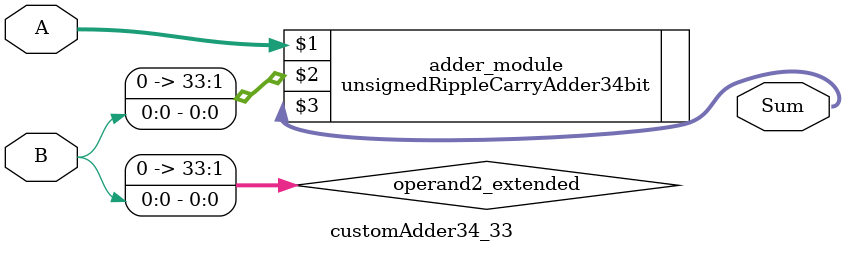
<source format=v>
module customAdder34_33(
                        input [33 : 0] A,
                        input [0 : 0] B,
                        
                        output [34 : 0] Sum
                );

        wire [33 : 0] operand2_extended;
        
        assign operand2_extended =  {33'b0, B};
        
        unsignedRippleCarryAdder34bit adder_module(
            A,
            operand2_extended,
            Sum
        );
        
        endmodule
        
</source>
